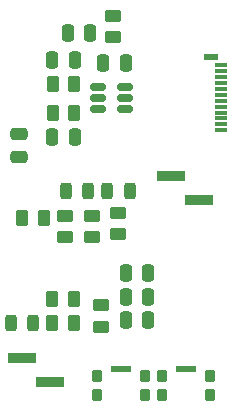
<source format=gbr>
%TF.GenerationSoftware,KiCad,Pcbnew,8.0.1-rc1*%
%TF.CreationDate,2025-05-18T23:27:59-05:00*%
%TF.ProjectId,rfReciever,72665265-6369-4657-9665-722e6b696361,rev?*%
%TF.SameCoordinates,Original*%
%TF.FileFunction,Paste,Top*%
%TF.FilePolarity,Positive*%
%FSLAX46Y46*%
G04 Gerber Fmt 4.6, Leading zero omitted, Abs format (unit mm)*
G04 Created by KiCad (PCBNEW 8.0.1-rc1) date 2025-05-18 23:27:59*
%MOMM*%
%LPD*%
G01*
G04 APERTURE LIST*
G04 Aperture macros list*
%AMRoundRect*
0 Rectangle with rounded corners*
0 $1 Rounding radius*
0 $2 $3 $4 $5 $6 $7 $8 $9 X,Y pos of 4 corners*
0 Add a 4 corners polygon primitive as box body*
4,1,4,$2,$3,$4,$5,$6,$7,$8,$9,$2,$3,0*
0 Add four circle primitives for the rounded corners*
1,1,$1+$1,$2,$3*
1,1,$1+$1,$4,$5*
1,1,$1+$1,$6,$7*
1,1,$1+$1,$8,$9*
0 Add four rect primitives between the rounded corners*
20,1,$1+$1,$2,$3,$4,$5,0*
20,1,$1+$1,$4,$5,$6,$7,0*
20,1,$1+$1,$6,$7,$8,$9,0*
20,1,$1+$1,$8,$9,$2,$3,0*%
G04 Aperture macros list end*
%ADD10RoundRect,0.243750X-0.243750X-0.456250X0.243750X-0.456250X0.243750X0.456250X-0.243750X0.456250X0*%
%ADD11RoundRect,0.250000X0.262500X0.450000X-0.262500X0.450000X-0.262500X-0.450000X0.262500X-0.450000X0*%
%ADD12RoundRect,0.135000X-0.315000X-0.365000X0.315000X-0.365000X0.315000X0.365000X-0.315000X0.365000X0*%
%ADD13RoundRect,0.082500X-0.767500X-0.192500X0.767500X-0.192500X0.767500X0.192500X-0.767500X0.192500X0*%
%ADD14RoundRect,0.250000X-0.450000X0.262500X-0.450000X-0.262500X0.450000X-0.262500X0.450000X0.262500X0*%
%ADD15RoundRect,0.250000X0.250000X0.475000X-0.250000X0.475000X-0.250000X-0.475000X0.250000X-0.475000X0*%
%ADD16RoundRect,0.250000X-0.250000X-0.475000X0.250000X-0.475000X0.250000X0.475000X-0.250000X0.475000X0*%
%ADD17RoundRect,0.243750X0.243750X0.456250X-0.243750X0.456250X-0.243750X-0.456250X0.243750X-0.456250X0*%
%ADD18RoundRect,0.250000X-0.262500X-0.450000X0.262500X-0.450000X0.262500X0.450000X-0.262500X0.450000X0*%
%ADD19R,2.350000X0.850000*%
%ADD20RoundRect,0.250000X0.450000X-0.262500X0.450000X0.262500X-0.450000X0.262500X-0.450000X-0.262500X0*%
%ADD21RoundRect,0.150000X0.512500X0.150000X-0.512500X0.150000X-0.512500X-0.150000X0.512500X-0.150000X0*%
%ADD22RoundRect,0.250000X-0.475000X0.250000X-0.475000X-0.250000X0.475000X-0.250000X0.475000X0.250000X0*%
%ADD23R,1.000000X0.298000*%
%ADD24R,1.150000X0.630000*%
G04 APERTURE END LIST*
D10*
%TO.C,D7*%
X137006600Y-80553200D03*
X138881600Y-80553200D03*
%TD*%
D11*
%TO.C,R7*%
X142312500Y-78500000D03*
X140487500Y-78500000D03*
%TD*%
D12*
%TO.C,SW2*%
X149756250Y-85037500D03*
X153856250Y-85037500D03*
X149756250Y-86637500D03*
X153856250Y-86637500D03*
D13*
X151806250Y-84412500D03*
%TD*%
D11*
%TO.C,R15*%
X142294100Y-80553200D03*
X140469100Y-80553200D03*
%TD*%
D14*
%TO.C,R12*%
X144581250Y-79000000D03*
X144581250Y-80825000D03*
%TD*%
D15*
%TO.C,C10*%
X146700000Y-58500000D03*
X144800000Y-58500000D03*
%TD*%
D14*
%TO.C,R18*%
X143831250Y-71425000D03*
X143831250Y-73250000D03*
%TD*%
D15*
%TO.C,C13*%
X142360000Y-58250000D03*
X140460000Y-58250000D03*
%TD*%
D16*
%TO.C,C11*%
X141800000Y-56000000D03*
X143700000Y-56000000D03*
%TD*%
D17*
%TO.C,D8*%
X143518750Y-69337500D03*
X141643750Y-69337500D03*
%TD*%
D15*
%TO.C,C5*%
X148581600Y-76303200D03*
X146681600Y-76303200D03*
%TD*%
D18*
%TO.C,R14*%
X140497500Y-62750000D03*
X142322500Y-62750000D03*
%TD*%
D19*
%TO.C,J2*%
X150525000Y-68100000D03*
X152875000Y-70100000D03*
%TD*%
D14*
%TO.C,R16*%
X141581250Y-71425000D03*
X141581250Y-73250000D03*
%TD*%
D20*
%TO.C,R4*%
X145600000Y-56312500D03*
X145600000Y-54487500D03*
%TD*%
D19*
%TO.C,J3*%
X137950000Y-83500000D03*
X140300000Y-85500000D03*
%TD*%
D17*
%TO.C,D9*%
X147018750Y-69337500D03*
X145143750Y-69337500D03*
%TD*%
D15*
%TO.C,C12*%
X142360000Y-64750000D03*
X140460000Y-64750000D03*
%TD*%
D20*
%TO.C,R9*%
X146081250Y-73000000D03*
X146081250Y-71175000D03*
%TD*%
D21*
%TO.C,U2*%
X146643250Y-62400000D03*
X146643250Y-61450000D03*
X146643250Y-60500000D03*
X144368250Y-60500000D03*
X144368250Y-61450000D03*
X144368250Y-62400000D03*
%TD*%
D22*
%TO.C,C2*%
X137685000Y-64545000D03*
X137685000Y-66445000D03*
%TD*%
D23*
%TO.C,J1*%
X154755750Y-58700000D03*
X154755750Y-59200000D03*
X154755750Y-59700000D03*
X154755750Y-60200000D03*
X154755750Y-60700000D03*
X154755750Y-61200000D03*
X154755750Y-61700000D03*
X154755750Y-62200000D03*
X154755750Y-62700000D03*
X154755750Y-63200000D03*
X154755750Y-63700000D03*
X154755750Y-64200000D03*
D24*
X153915750Y-58030000D03*
%TD*%
D12*
%TO.C,SW1*%
X144256250Y-85037500D03*
X148356250Y-85037500D03*
X144256250Y-86637500D03*
X148356250Y-86637500D03*
D13*
X146306250Y-84412500D03*
%TD*%
D18*
%TO.C,R19*%
X140497500Y-60250000D03*
X142322500Y-60250000D03*
%TD*%
D15*
%TO.C,C6*%
X148581600Y-78303200D03*
X146681600Y-78303200D03*
%TD*%
%TO.C,C7*%
X148581600Y-80303200D03*
X146681600Y-80303200D03*
%TD*%
D11*
%TO.C,R8*%
X139743750Y-71587500D03*
X137918750Y-71587500D03*
%TD*%
M02*

</source>
